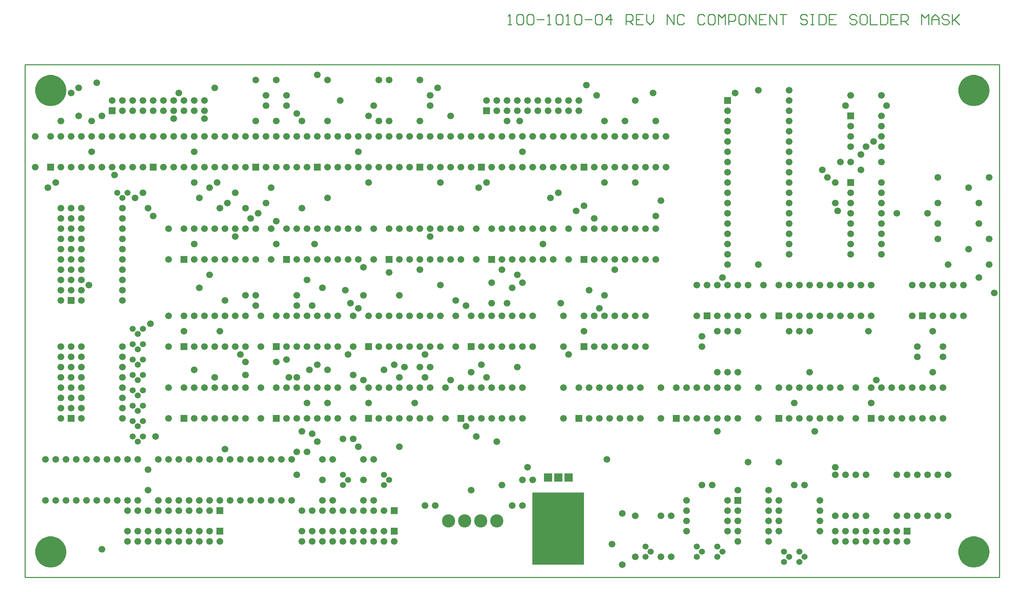
<source format=gts>
*%FSLAX23Y23*%
*%MOIN*%
G01*
%ADD11C,0.006*%
%ADD12C,0.007*%
%ADD13C,0.008*%
%ADD14C,0.010*%
%ADD15C,0.012*%
%ADD16C,0.030*%
%ADD17C,0.032*%
%ADD18C,0.036*%
%ADD19C,0.050*%
%ADD20C,0.052*%
%ADD21C,0.055*%
%ADD22C,0.056*%
%ADD23C,0.059*%
%ADD24C,0.062*%
%ADD25C,0.066*%
%ADD26C,0.070*%
%ADD27C,0.090*%
%ADD28C,0.120*%
%ADD29C,0.125*%
%ADD30C,0.129*%
%ADD31C,0.140*%
%ADD32C,0.160*%
%ADD33C,0.250*%
%ADD34C,0.250*%
%ADD35R,0.062X0.062*%
%ADD36R,0.066X0.066*%
%ADD37R,0.075X0.075*%
%ADD38R,0.079X0.079*%
%ADD39R,0.250X0.250*%
D14*
X9149Y10797D02*
X9182D01*
X9166D01*
Y10897D01*
X9167D01*
X9166D02*
X9149Y10880D01*
X9232D02*
X9249Y10897D01*
X9282D01*
X9299Y10880D01*
Y10814D01*
X9282Y10797D01*
X9249D01*
X9232Y10814D01*
Y10880D01*
X9332D02*
X9349Y10897D01*
X9382D01*
X9399Y10880D01*
Y10814D01*
X9382Y10797D01*
X9349D01*
X9332Y10814D01*
Y10880D01*
X9432Y10847D02*
X9499D01*
X9532Y10797D02*
X9566D01*
X9549D01*
Y10897D01*
X9550D01*
X9549D02*
X9532Y10880D01*
X9616D02*
X9632Y10897D01*
X9666D01*
X9682Y10880D01*
Y10814D01*
X9666Y10797D01*
X9632D01*
X9616Y10814D01*
Y10880D01*
X9715Y10797D02*
X9749D01*
X9732D01*
Y10897D01*
X9733D01*
X9732D02*
X9715Y10880D01*
X9799D02*
X9815Y10897D01*
X9849D01*
X9865Y10880D01*
Y10814D01*
X9849Y10797D01*
X9815D01*
X9799Y10814D01*
Y10880D01*
X9899Y10847D02*
X9965D01*
X9999Y10880D02*
X10015Y10897D01*
X10049D01*
X10065Y10880D01*
Y10814D01*
X10049Y10797D01*
X10015D01*
X9999Y10814D01*
Y10880D01*
X10149Y10897D02*
Y10797D01*
X10099Y10847D02*
X10149Y10897D01*
X10165Y10847D02*
X10099D01*
X10299Y10797D02*
Y10897D01*
X10349D01*
X10365Y10880D01*
Y10847D01*
X10349Y10830D01*
X10299D01*
X10332D02*
X10365Y10797D01*
X10399Y10897D02*
X10465D01*
X10399D02*
Y10797D01*
X10465D01*
X10432Y10847D02*
X10399D01*
X10499Y10830D02*
Y10897D01*
Y10830D02*
X10532Y10797D01*
X10565Y10830D01*
Y10897D01*
X10698D02*
Y10797D01*
X10765D02*
X10698Y10897D01*
X10765D02*
Y10797D01*
X10865Y10880D02*
X10848Y10897D01*
X10815D01*
X10798Y10880D01*
Y10814D01*
X10815Y10797D01*
X10848D01*
X10865Y10814D01*
X11048Y10897D02*
X11065Y10880D01*
X11048Y10897D02*
X11015D01*
X10998Y10880D01*
Y10814D01*
X11015Y10797D01*
X11048D01*
X11065Y10814D01*
X11115Y10897D02*
X11148D01*
X11115D02*
X11098Y10880D01*
Y10814D01*
X11115Y10797D01*
X11148D01*
X11165Y10814D01*
Y10880D01*
X11148Y10897D01*
X11198D02*
Y10797D01*
X11232Y10864D02*
X11198Y10897D01*
X11232Y10864D02*
X11265Y10897D01*
Y10797D01*
X11298D02*
Y10897D01*
X11348D01*
X11365Y10880D01*
Y10847D01*
X11348Y10830D01*
X11298D01*
X11415Y10897D02*
X11448D01*
X11415D02*
X11398Y10880D01*
Y10814D01*
X11415Y10797D01*
X11448D01*
X11465Y10814D01*
Y10880D01*
X11448Y10897D01*
X11498D02*
Y10797D01*
X11565D02*
X11498Y10897D01*
X11565D02*
Y10797D01*
X11598Y10897D02*
X11665D01*
X11598D02*
Y10797D01*
X11665D01*
X11632Y10847D02*
X11598D01*
X11698Y10797D02*
Y10897D01*
X11765Y10797D01*
Y10897D01*
X11798D02*
X11865D01*
X11831D01*
Y10797D01*
X12048Y10897D02*
X12065Y10880D01*
X12048Y10897D02*
X12015D01*
X11998Y10880D01*
Y10864D01*
X12015Y10847D01*
X12048D01*
X12065Y10830D01*
Y10814D01*
X12048Y10797D01*
X12015D01*
X11998Y10814D01*
X12098Y10897D02*
X12131D01*
X12115D01*
Y10797D01*
X12098D01*
X12131D01*
X12181D02*
Y10897D01*
Y10797D02*
X12231D01*
X12248Y10814D01*
Y10880D01*
X12231Y10897D01*
X12181D01*
X12281D02*
X12348D01*
X12281D02*
Y10797D01*
X12348D01*
X12315Y10847D02*
X12281D01*
X12531Y10897D02*
X12548Y10880D01*
X12531Y10897D02*
X12498D01*
X12481Y10880D01*
Y10864D01*
X12498Y10847D01*
X12531D01*
X12548Y10830D01*
Y10814D01*
X12531Y10797D01*
X12498D01*
X12481Y10814D01*
X12598Y10897D02*
X12631D01*
X12598D02*
X12581Y10880D01*
Y10814D01*
X12598Y10797D01*
X12631D01*
X12648Y10814D01*
Y10880D01*
X12631Y10897D01*
X12681D02*
Y10797D01*
X12748D01*
X12781D02*
Y10897D01*
Y10797D02*
X12831D01*
X12848Y10814D01*
Y10880D01*
X12831Y10897D01*
X12781D01*
X12881D02*
X12948D01*
X12881D02*
Y10797D01*
X12948D01*
X12914Y10847D02*
X12881D01*
X12981Y10797D02*
Y10897D01*
X13031D01*
X13048Y10880D01*
Y10847D01*
X13031Y10830D01*
X12981D01*
X13014D02*
X13048Y10797D01*
X13181D02*
Y10897D01*
X13214Y10864D01*
X13248Y10897D01*
Y10797D01*
X13281D02*
Y10864D01*
X13314Y10897D01*
X13348Y10864D01*
Y10797D01*
Y10847D01*
X13281D01*
X13431Y10897D02*
X13448Y10880D01*
X13431Y10897D02*
X13398D01*
X13381Y10880D01*
Y10864D01*
X13398Y10847D01*
X13431D01*
X13448Y10830D01*
Y10814D01*
X13431Y10797D01*
X13398D01*
X13381Y10814D01*
X13481Y10797D02*
Y10897D01*
Y10830D02*
Y10797D01*
Y10830D02*
X13548Y10897D01*
X13498Y10847D01*
X13548Y10797D01*
X13939Y5407D02*
X4439D01*
X13939D02*
Y10407D01*
X4439D01*
Y5407D01*
D19*
X13562Y10157D02*
X13563D01*
X13562D02*
X13562Y10147D01*
X13564Y10137D01*
X13566Y10127D01*
X13569Y10117D01*
X13572Y10107D01*
X13577Y10098D01*
X13582Y10089D01*
X13587Y10081D01*
X13594Y10073D01*
X13601Y10065D01*
X13609Y10059D01*
X13617Y10052D01*
X13626Y10047D01*
X13635Y10042D01*
X13644Y10038D01*
X13654Y10035D01*
X13664Y10033D01*
X13674Y10031D01*
X13684Y10030D01*
X13694D01*
X13704Y10031D01*
X13714Y10033D01*
X13724Y10035D01*
X13734Y10038D01*
X13743Y10042D01*
X13752Y10047D01*
X13761Y10052D01*
X13769Y10059D01*
X13777Y10065D01*
X13784Y10073D01*
X13791Y10081D01*
X13796Y10089D01*
X13801Y10098D01*
X13806Y10107D01*
X13809Y10117D01*
X13812Y10127D01*
X13814Y10137D01*
X13816Y10147D01*
X13816Y10157D01*
X13817D01*
X13816D02*
X13816Y10167D01*
X13814Y10177D01*
X13812Y10187D01*
X13809Y10197D01*
X13806Y10207D01*
X13801Y10216D01*
X13796Y10225D01*
X13791Y10233D01*
X13784Y10241D01*
X13777Y10249D01*
X13769Y10255D01*
X13761Y10262D01*
X13752Y10267D01*
X13743Y10272D01*
X13734Y10276D01*
X13724Y10279D01*
X13714Y10281D01*
X13704Y10283D01*
X13694Y10284D01*
X13684D01*
X13674Y10283D01*
X13664Y10281D01*
X13654Y10279D01*
X13644Y10276D01*
X13635Y10272D01*
X13626Y10267D01*
X13617Y10262D01*
X13609Y10255D01*
X13601Y10249D01*
X13594Y10241D01*
X13587Y10233D01*
X13582Y10225D01*
X13577Y10216D01*
X13572Y10207D01*
X13569Y10197D01*
X13566Y10187D01*
X13564Y10177D01*
X13562Y10167D01*
X13562Y10157D01*
X13610D02*
X13611D01*
X13610D02*
X13611Y10148D01*
X13612Y10139D01*
X13615Y10130D01*
X13618Y10122D01*
X13623Y10114D01*
X13628Y10106D01*
X13635Y10100D01*
X13642Y10094D01*
X13650Y10089D01*
X13658Y10084D01*
X13666Y10081D01*
X13675Y10079D01*
X13684Y10078D01*
X13694D01*
X13703Y10079D01*
X13712Y10081D01*
X13720Y10084D01*
X13728Y10089D01*
X13736Y10094D01*
X13743Y10100D01*
X13750Y10106D01*
X13755Y10114D01*
X13760Y10122D01*
X13763Y10130D01*
X13766Y10139D01*
X13767Y10148D01*
X13768Y10157D01*
X13769D01*
X13768D02*
X13767Y10166D01*
X13766Y10175D01*
X13763Y10184D01*
X13760Y10192D01*
X13755Y10200D01*
X13750Y10208D01*
X13743Y10214D01*
X13736Y10220D01*
X13728Y10225D01*
X13720Y10230D01*
X13712Y10233D01*
X13703Y10235D01*
X13694Y10236D01*
X13684D01*
X13675Y10235D01*
X13666Y10233D01*
X13658Y10230D01*
X13650Y10225D01*
X13642Y10220D01*
X13635Y10214D01*
X13628Y10208D01*
X13623Y10200D01*
X13618Y10192D01*
X13615Y10184D01*
X13612Y10175D01*
X13611Y10166D01*
X13610Y10157D01*
X13658D02*
X13659D01*
X13658D02*
X13659Y10151D01*
X13661Y10144D01*
X13664Y10139D01*
X13668Y10134D01*
X13674Y10130D01*
X13679Y10128D01*
X13686Y10126D01*
X13692D01*
X13699Y10128D01*
X13704Y10130D01*
X13710Y10134D01*
X13714Y10139D01*
X13717Y10144D01*
X13719Y10151D01*
X13720Y10157D01*
X13721D01*
X13720D02*
X13719Y10163D01*
X13717Y10170D01*
X13714Y10175D01*
X13710Y10180D01*
X13704Y10184D01*
X13699Y10186D01*
X13692Y10188D01*
X13686D01*
X13679Y10186D01*
X13674Y10184D01*
X13668Y10180D01*
X13664Y10175D01*
X13661Y10170D01*
X13659Y10163D01*
X13658Y10157D01*
X13689D02*
D03*
X13562Y5657D02*
X13563D01*
X13562D02*
X13562Y5647D01*
X13564Y5637D01*
X13566Y5627D01*
X13569Y5617D01*
X13572Y5607D01*
X13577Y5598D01*
X13582Y5589D01*
X13587Y5581D01*
X13594Y5573D01*
X13601Y5565D01*
X13609Y5559D01*
X13617Y5552D01*
X13626Y5547D01*
X13635Y5542D01*
X13644Y5538D01*
X13654Y5535D01*
X13664Y5533D01*
X13674Y5531D01*
X13684Y5530D01*
X13694D01*
X13704Y5531D01*
X13714Y5533D01*
X13724Y5535D01*
X13734Y5538D01*
X13743Y5542D01*
X13752Y5547D01*
X13761Y5552D01*
X13769Y5559D01*
X13777Y5565D01*
X13784Y5573D01*
X13791Y5581D01*
X13796Y5589D01*
X13801Y5598D01*
X13806Y5607D01*
X13809Y5617D01*
X13812Y5627D01*
X13814Y5637D01*
X13816Y5647D01*
X13816Y5657D01*
X13817D01*
X13816D02*
X13816Y5667D01*
X13814Y5677D01*
X13812Y5687D01*
X13809Y5697D01*
X13806Y5707D01*
X13801Y5716D01*
X13796Y5725D01*
X13791Y5733D01*
X13784Y5741D01*
X13777Y5749D01*
X13769Y5755D01*
X13761Y5762D01*
X13752Y5767D01*
X13743Y5772D01*
X13734Y5776D01*
X13724Y5779D01*
X13714Y5781D01*
X13704Y5783D01*
X13694Y5784D01*
X13684D01*
X13674Y5783D01*
X13664Y5781D01*
X13654Y5779D01*
X13644Y5776D01*
X13635Y5772D01*
X13626Y5767D01*
X13617Y5762D01*
X13609Y5755D01*
X13601Y5749D01*
X13594Y5741D01*
X13587Y5733D01*
X13582Y5725D01*
X13577Y5716D01*
X13572Y5707D01*
X13569Y5697D01*
X13566Y5687D01*
X13564Y5677D01*
X13562Y5667D01*
X13562Y5657D01*
X13610D02*
X13611D01*
X13610D02*
X13611Y5648D01*
X13612Y5639D01*
X13615Y5630D01*
X13618Y5622D01*
X13623Y5614D01*
X13628Y5606D01*
X13635Y5600D01*
X13642Y5594D01*
X13650Y5589D01*
X13658Y5584D01*
X13666Y5581D01*
X13675Y5579D01*
X13684Y5578D01*
X13694D01*
X13703Y5579D01*
X13712Y5581D01*
X13720Y5584D01*
X13728Y5589D01*
X13736Y5594D01*
X13743Y5600D01*
X13750Y5606D01*
X13755Y5614D01*
X13760Y5622D01*
X13763Y5630D01*
X13766Y5639D01*
X13767Y5648D01*
X13768Y5657D01*
X13769D01*
X13768D02*
X13767Y5666D01*
X13766Y5675D01*
X13763Y5684D01*
X13760Y5692D01*
X13755Y5700D01*
X13750Y5708D01*
X13743Y5714D01*
X13736Y5720D01*
X13728Y5725D01*
X13720Y5730D01*
X13712Y5733D01*
X13703Y5735D01*
X13694Y5736D01*
X13684D01*
X13675Y5735D01*
X13666Y5733D01*
X13658Y5730D01*
X13650Y5725D01*
X13642Y5720D01*
X13635Y5714D01*
X13628Y5708D01*
X13623Y5700D01*
X13618Y5692D01*
X13615Y5684D01*
X13612Y5675D01*
X13611Y5666D01*
X13610Y5657D01*
X13658D02*
X13659D01*
X13658D02*
X13659Y5651D01*
X13661Y5644D01*
X13664Y5639D01*
X13668Y5634D01*
X13674Y5630D01*
X13679Y5628D01*
X13686Y5626D01*
X13692D01*
X13699Y5628D01*
X13704Y5630D01*
X13710Y5634D01*
X13714Y5639D01*
X13717Y5644D01*
X13719Y5651D01*
X13720Y5657D01*
X13721D01*
X13720D02*
X13719Y5663D01*
X13717Y5670D01*
X13714Y5675D01*
X13710Y5680D01*
X13704Y5684D01*
X13699Y5686D01*
X13692Y5688D01*
X13686D01*
X13679Y5686D01*
X13674Y5684D01*
X13668Y5680D01*
X13664Y5675D01*
X13661Y5670D01*
X13659Y5663D01*
X13658Y5657D01*
X13689D02*
D03*
X4562Y10157D02*
X4563D01*
X4562D02*
X4562Y10147D01*
X4564Y10137D01*
X4566Y10127D01*
X4569Y10117D01*
X4572Y10107D01*
X4577Y10098D01*
X4582Y10089D01*
X4587Y10081D01*
X4594Y10073D01*
X4601Y10065D01*
X4609Y10059D01*
X4617Y10052D01*
X4626Y10047D01*
X4635Y10042D01*
X4644Y10038D01*
X4654Y10035D01*
X4664Y10033D01*
X4674Y10031D01*
X4684Y10030D01*
X4694D01*
X4704Y10031D01*
X4714Y10033D01*
X4724Y10035D01*
X4734Y10038D01*
X4743Y10042D01*
X4752Y10047D01*
X4761Y10052D01*
X4769Y10059D01*
X4777Y10065D01*
X4784Y10073D01*
X4791Y10081D01*
X4796Y10089D01*
X4801Y10098D01*
X4806Y10107D01*
X4809Y10117D01*
X4812Y10127D01*
X4814Y10137D01*
X4816Y10147D01*
X4816Y10157D01*
X4817D01*
X4816D02*
X4816Y10167D01*
X4814Y10177D01*
X4812Y10187D01*
X4809Y10197D01*
X4806Y10207D01*
X4801Y10216D01*
X4796Y10225D01*
X4791Y10233D01*
X4784Y10241D01*
X4777Y10249D01*
X4769Y10255D01*
X4761Y10262D01*
X4752Y10267D01*
X4743Y10272D01*
X4734Y10276D01*
X4724Y10279D01*
X4714Y10281D01*
X4704Y10283D01*
X4694Y10284D01*
X4684D01*
X4674Y10283D01*
X4664Y10281D01*
X4654Y10279D01*
X4644Y10276D01*
X4635Y10272D01*
X4626Y10267D01*
X4617Y10262D01*
X4609Y10255D01*
X4601Y10249D01*
X4594Y10241D01*
X4587Y10233D01*
X4582Y10225D01*
X4577Y10216D01*
X4572Y10207D01*
X4569Y10197D01*
X4566Y10187D01*
X4564Y10177D01*
X4562Y10167D01*
X4562Y10157D01*
X4610D02*
X4611D01*
X4610D02*
X4611Y10148D01*
X4612Y10139D01*
X4615Y10130D01*
X4618Y10122D01*
X4623Y10114D01*
X4628Y10106D01*
X4635Y10100D01*
X4642Y10094D01*
X4650Y10089D01*
X4658Y10084D01*
X4666Y10081D01*
X4675Y10079D01*
X4684Y10078D01*
X4694D01*
X4703Y10079D01*
X4712Y10081D01*
X4720Y10084D01*
X4728Y10089D01*
X4736Y10094D01*
X4743Y10100D01*
X4750Y10106D01*
X4755Y10114D01*
X4760Y10122D01*
X4763Y10130D01*
X4766Y10139D01*
X4767Y10148D01*
X4768Y10157D01*
X4769D01*
X4768D02*
X4767Y10166D01*
X4766Y10175D01*
X4763Y10184D01*
X4760Y10192D01*
X4755Y10200D01*
X4750Y10208D01*
X4743Y10214D01*
X4736Y10220D01*
X4728Y10225D01*
X4720Y10230D01*
X4712Y10233D01*
X4703Y10235D01*
X4694Y10236D01*
X4684D01*
X4675Y10235D01*
X4666Y10233D01*
X4658Y10230D01*
X4650Y10225D01*
X4642Y10220D01*
X4635Y10214D01*
X4628Y10208D01*
X4623Y10200D01*
X4618Y10192D01*
X4615Y10184D01*
X4612Y10175D01*
X4611Y10166D01*
X4610Y10157D01*
X4658D02*
X4659D01*
X4658D02*
X4659Y10151D01*
X4661Y10144D01*
X4664Y10139D01*
X4668Y10134D01*
X4674Y10130D01*
X4679Y10128D01*
X4686Y10126D01*
X4692D01*
X4699Y10128D01*
X4704Y10130D01*
X4710Y10134D01*
X4714Y10139D01*
X4717Y10144D01*
X4719Y10151D01*
X4720Y10157D01*
X4721D01*
X4720D02*
X4719Y10163D01*
X4717Y10170D01*
X4714Y10175D01*
X4710Y10180D01*
X4704Y10184D01*
X4699Y10186D01*
X4692Y10188D01*
X4686D01*
X4679Y10186D01*
X4674Y10184D01*
X4668Y10180D01*
X4664Y10175D01*
X4661Y10170D01*
X4659Y10163D01*
X4658Y10157D01*
X4689D02*
D03*
X4562Y5657D02*
X4563D01*
X4562D02*
X4562Y5647D01*
X4564Y5637D01*
X4566Y5627D01*
X4569Y5617D01*
X4572Y5607D01*
X4577Y5598D01*
X4582Y5589D01*
X4587Y5581D01*
X4594Y5573D01*
X4601Y5565D01*
X4609Y5559D01*
X4617Y5552D01*
X4626Y5547D01*
X4635Y5542D01*
X4644Y5538D01*
X4654Y5535D01*
X4664Y5533D01*
X4674Y5531D01*
X4684Y5530D01*
X4694D01*
X4704Y5531D01*
X4714Y5533D01*
X4724Y5535D01*
X4734Y5538D01*
X4743Y5542D01*
X4752Y5547D01*
X4761Y5552D01*
X4769Y5559D01*
X4777Y5565D01*
X4784Y5573D01*
X4791Y5581D01*
X4796Y5589D01*
X4801Y5598D01*
X4806Y5607D01*
X4809Y5617D01*
X4812Y5627D01*
X4814Y5637D01*
X4816Y5647D01*
X4816Y5657D01*
X4817D01*
X4816D02*
X4816Y5667D01*
X4814Y5677D01*
X4812Y5687D01*
X4809Y5697D01*
X4806Y5707D01*
X4801Y5716D01*
X4796Y5725D01*
X4791Y5733D01*
X4784Y5741D01*
X4777Y5749D01*
X4769Y5755D01*
X4761Y5762D01*
X4752Y5767D01*
X4743Y5772D01*
X4734Y5776D01*
X4724Y5779D01*
X4714Y5781D01*
X4704Y5783D01*
X4694Y5784D01*
X4684D01*
X4674Y5783D01*
X4664Y5781D01*
X4654Y5779D01*
X4644Y5776D01*
X4635Y5772D01*
X4626Y5767D01*
X4617Y5762D01*
X4609Y5755D01*
X4601Y5749D01*
X4594Y5741D01*
X4587Y5733D01*
X4582Y5725D01*
X4577Y5716D01*
X4572Y5707D01*
X4569Y5697D01*
X4566Y5687D01*
X4564Y5677D01*
X4562Y5667D01*
X4562Y5657D01*
X4610D02*
X4611D01*
X4610D02*
X4611Y5648D01*
X4612Y5639D01*
X4615Y5630D01*
X4618Y5622D01*
X4623Y5614D01*
X4628Y5606D01*
X4635Y5600D01*
X4642Y5594D01*
X4650Y5589D01*
X4658Y5584D01*
X4666Y5581D01*
X4675Y5579D01*
X4684Y5578D01*
X4694D01*
X4703Y5579D01*
X4712Y5581D01*
X4720Y5584D01*
X4728Y5589D01*
X4736Y5594D01*
X4743Y5600D01*
X4750Y5606D01*
X4755Y5614D01*
X4760Y5622D01*
X4763Y5630D01*
X4766Y5639D01*
X4767Y5648D01*
X4768Y5657D01*
X4769D01*
X4768D02*
X4767Y5666D01*
X4766Y5675D01*
X4763Y5684D01*
X4760Y5692D01*
X4755Y5700D01*
X4750Y5708D01*
X4743Y5714D01*
X4736Y5720D01*
X4728Y5725D01*
X4720Y5730D01*
X4712Y5733D01*
X4703Y5735D01*
X4694Y5736D01*
X4684D01*
X4675Y5735D01*
X4666Y5733D01*
X4658Y5730D01*
X4650Y5725D01*
X4642Y5720D01*
X4635Y5714D01*
X4628Y5708D01*
X4623Y5700D01*
X4618Y5692D01*
X4615Y5684D01*
X4612Y5675D01*
X4611Y5666D01*
X4610Y5657D01*
X4658D02*
X4659D01*
X4658D02*
X4659Y5651D01*
X4661Y5644D01*
X4664Y5639D01*
X4668Y5634D01*
X4674Y5630D01*
X4679Y5628D01*
X4686Y5626D01*
X4692D01*
X4699Y5628D01*
X4704Y5630D01*
X4710Y5634D01*
X4714Y5639D01*
X4717Y5644D01*
X4719Y5651D01*
X4720Y5657D01*
X4721D01*
X4720D02*
X4719Y5663D01*
X4717Y5670D01*
X4714Y5675D01*
X4710Y5680D01*
X4704Y5684D01*
X4699Y5686D01*
X4692Y5688D01*
X4686D01*
X4679Y5686D01*
X4674Y5684D01*
X4668Y5680D01*
X4664Y5675D01*
X4661Y5670D01*
X4659Y5663D01*
X4658Y5657D01*
X4689D02*
D03*
X9537Y5682D02*
X9538D01*
X9537D02*
X9537Y5672D01*
X9539Y5663D01*
X9541Y5653D01*
X9544Y5644D01*
X9548Y5635D01*
X9553Y5627D01*
X9559Y5619D01*
X9565Y5612D01*
X9572Y5605D01*
X9580Y5599D01*
X9588Y5594D01*
X9597Y5589D01*
X9606Y5586D01*
X9615Y5583D01*
X9624Y5581D01*
X9634Y5580D01*
X9644D01*
X9654Y5581D01*
X9663Y5583D01*
X9672Y5586D01*
X9681Y5589D01*
X9690Y5594D01*
X9698Y5599D01*
X9706Y5605D01*
X9713Y5612D01*
X9719Y5619D01*
X9725Y5627D01*
X9730Y5635D01*
X9734Y5644D01*
X9737Y5653D01*
X9739Y5663D01*
X9741Y5672D01*
X9741Y5682D01*
X9742D01*
X9741D02*
X9741Y5692D01*
X9739Y5701D01*
X9737Y5711D01*
X9734Y5720D01*
X9730Y5729D01*
X9725Y5737D01*
X9719Y5745D01*
X9713Y5752D01*
X9706Y5759D01*
X9698Y5765D01*
X9690Y5770D01*
X9681Y5775D01*
X9672Y5778D01*
X9663Y5781D01*
X9654Y5783D01*
X9644Y5784D01*
X9634D01*
X9624Y5783D01*
X9615Y5781D01*
X9606Y5778D01*
X9597Y5775D01*
X9588Y5770D01*
X9580Y5765D01*
X9572Y5759D01*
X9565Y5752D01*
X9559Y5745D01*
X9553Y5737D01*
X9548Y5729D01*
X9544Y5720D01*
X9541Y5711D01*
X9539Y5701D01*
X9537Y5692D01*
X9537Y5682D01*
X9585D02*
X9586D01*
X9585D02*
X9586Y5674D01*
X9587Y5666D01*
X9590Y5659D01*
X9594Y5652D01*
X9599Y5645D01*
X9605Y5640D01*
X9612Y5635D01*
X9619Y5632D01*
X9627Y5629D01*
X9635Y5628D01*
X9643D01*
X9651Y5629D01*
X9659Y5632D01*
X9666Y5635D01*
X9673Y5640D01*
X9679Y5645D01*
X9684Y5652D01*
X9688Y5659D01*
X9691Y5666D01*
X9692Y5674D01*
X9693Y5682D01*
X9694D01*
X9693D02*
X9692Y5690D01*
X9691Y5698D01*
X9688Y5705D01*
X9684Y5712D01*
X9679Y5719D01*
X9673Y5724D01*
X9666Y5729D01*
X9659Y5732D01*
X9651Y5735D01*
X9643Y5736D01*
X9635D01*
X9627Y5735D01*
X9619Y5732D01*
X9612Y5729D01*
X9605Y5724D01*
X9599Y5719D01*
X9594Y5712D01*
X9590Y5705D01*
X9587Y5698D01*
X9586Y5690D01*
X9585Y5682D01*
X9633D02*
X9634D01*
X9633D02*
X9633Y5680D01*
X9634Y5678D01*
X9636Y5677D01*
X9638Y5676D01*
X9640D01*
X9642Y5677D01*
X9644Y5678D01*
X9645Y5680D01*
X9645Y5682D01*
X9646D01*
X9645D02*
X9645Y5684D01*
X9644Y5686D01*
X9642Y5687D01*
X9640Y5688D01*
X9638D01*
X9636Y5687D01*
X9634Y5686D01*
X9633Y5684D01*
X9633Y5682D01*
D23*
X5489Y6932D02*
D03*
X5589D02*
D03*
X5539Y6882D02*
D03*
X5489Y7082D02*
D03*
X5589D02*
D03*
X5539Y7032D02*
D03*
X5489Y7232D02*
D03*
X5589D02*
D03*
X5539Y7182D02*
D03*
X5489Y7382D02*
D03*
X5589D02*
D03*
X5539Y7332D02*
D03*
X5489Y7532D02*
D03*
X5589D02*
D03*
X5539Y7482D02*
D03*
X5489Y6782D02*
D03*
X5589D02*
D03*
X5539Y6732D02*
D03*
X5489Y7682D02*
D03*
X5589D02*
D03*
X5539Y7632D02*
D03*
X5489Y7832D02*
D03*
X5589D02*
D03*
X5539Y7782D02*
D03*
X5339Y9157D02*
D03*
X5439D02*
D03*
X5389Y9107D02*
D03*
X7939Y6307D02*
D03*
Y6407D02*
D03*
X7989Y6357D02*
D03*
X7539Y6307D02*
D03*
Y6407D02*
D03*
X7589Y6357D02*
D03*
X10489Y5707D02*
D03*
X10539Y5657D02*
D03*
X10489Y5607D02*
D03*
X11189D02*
D03*
Y5707D02*
D03*
X11239Y5657D02*
D03*
X10989Y5607D02*
D03*
Y5707D02*
D03*
X11039Y5657D02*
D03*
X11989Y5557D02*
D03*
Y5657D02*
D03*
X12039Y5607D02*
D03*
X11839Y5557D02*
D03*
Y5657D02*
D03*
X11889Y5607D02*
D03*
D25*
X13889Y8182D02*
D03*
X13739Y8332D02*
D03*
X12739Y7332D02*
D03*
X12689Y7107D02*
D03*
X12664Y7807D02*
D03*
X12714Y9657D02*
D03*
X12639Y9607D02*
D03*
X12589Y9532D02*
D03*
Y9382D02*
D03*
X12339Y6482D02*
D03*
X12364Y8982D02*
D03*
X12389Y9457D02*
D03*
X12264Y9307D02*
D03*
X12139Y6832D02*
D03*
X12214Y9382D02*
D03*
X11939Y7107D02*
D03*
X11789Y6532D02*
D03*
X11489D02*
D03*
X11364Y10132D02*
D03*
X11189Y6832D02*
D03*
X11239Y8332D02*
D03*
X10639Y9082D02*
D03*
X10589Y8932D02*
D03*
X10564Y10132D02*
D03*
X10389Y9257D02*
D03*
Y10057D02*
D03*
X10114Y6557D02*
D03*
X10189Y8407D02*
D03*
X10039Y8032D02*
D03*
X9989Y8907D02*
D03*
X10089Y8157D02*
D03*
X9939Y8207D02*
D03*
X10089Y9857D02*
D03*
Y9257D02*
D03*
X10014Y10107D02*
D03*
X9914Y10207D02*
D03*
X9889Y7807D02*
D03*
Y9032D02*
D03*
X9814Y8982D02*
D03*
X9739Y7582D02*
D03*
X9664Y8082D02*
D03*
X9639Y9157D02*
D03*
X9564Y9107D02*
D03*
X9339Y6482D02*
D03*
X9489Y8657D02*
D03*
X9239Y7457D02*
D03*
X9139Y8082D02*
D03*
X9189Y8232D02*
D03*
X9289Y8282D02*
D03*
X9239Y8357D02*
D03*
X9139Y9857D02*
D03*
X9264D02*
D03*
X9289Y9557D02*
D03*
X8939Y7357D02*
D03*
X9089Y6307D02*
D03*
X9039Y6732D02*
D03*
X9089Y8407D02*
D03*
X8989Y8082D02*
D03*
Y8282D02*
D03*
X8939Y9257D02*
D03*
X8789Y7407D02*
D03*
Y6257D02*
D03*
X8839Y6782D02*
D03*
X8739Y6882D02*
D03*
X8889Y7482D02*
D03*
X8739Y8057D02*
D03*
X8864Y9207D02*
D03*
X8589Y7332D02*
D03*
X8639Y8107D02*
D03*
X8589Y9907D02*
D03*
X8389Y7457D02*
D03*
X8339Y7357D02*
D03*
X8489Y8257D02*
D03*
X8339Y7582D02*
D03*
X8389Y8732D02*
D03*
X8464Y10182D02*
D03*
X8489Y9257D02*
D03*
X8239Y7107D02*
D03*
X8289Y7457D02*
D03*
X8139D02*
D03*
X8289Y8407D02*
D03*
X8089Y7357D02*
D03*
X8039Y7482D02*
D03*
X8089Y6682D02*
D03*
X7989Y8382D02*
D03*
X8089Y8157D02*
D03*
X7939Y7432D02*
D03*
X7789Y7107D02*
D03*
Y9907D02*
D03*
X7839Y10007D02*
D03*
X7789Y9257D02*
D03*
X7739Y7332D02*
D03*
Y6357D02*
D03*
X7639Y6757D02*
D03*
Y7382D02*
D03*
X7689Y6682D02*
D03*
X7589Y7582D02*
D03*
X7564Y8207D02*
D03*
X7739Y8432D02*
D03*
X7689Y8032D02*
D03*
X7739Y8157D02*
D03*
X7614Y8082D02*
D03*
X7689Y9557D02*
D03*
X7389Y7107D02*
D03*
Y7432D02*
D03*
X7539Y6757D02*
D03*
X7389Y9107D02*
D03*
X7514Y10057D02*
D03*
X7189Y6632D02*
D03*
Y7107D02*
D03*
X7289Y7482D02*
D03*
Y6732D02*
D03*
X7339Y6357D02*
D03*
X7214Y7432D02*
D03*
X7239Y6807D02*
D03*
X7264Y8657D02*
D03*
X7189Y8307D02*
D03*
X7339Y8232D02*
D03*
X7239Y8057D02*
D03*
X7289Y10307D02*
D03*
X7089Y7357D02*
D03*
X7139Y6832D02*
D03*
X7089Y6407D02*
D03*
X7014Y7357D02*
D03*
X7089Y6632D02*
D03*
X7139Y9007D02*
D03*
X6989Y7532D02*
D03*
X7089Y9932D02*
D03*
X7139Y9857D02*
D03*
X6789Y9057D02*
D03*
X6889Y8657D02*
D03*
Y8882D02*
D03*
X6839Y9207D02*
D03*
X6589Y7382D02*
D03*
X6714Y8957D02*
D03*
X6589Y9007D02*
D03*
Y8157D02*
D03*
X6639Y8907D02*
D03*
X6389Y6657D02*
D03*
X6539Y7582D02*
D03*
X6389Y8107D02*
D03*
X6414Y9057D02*
D03*
X6489Y8732D02*
D03*
Y9157D02*
D03*
X6289Y7357D02*
D03*
X6339Y7807D02*
D03*
X6239Y8357D02*
D03*
X6339Y9007D02*
D03*
X6239Y9207D02*
D03*
X6189Y9882D02*
D03*
X6289Y10182D02*
D03*
X6314Y9257D02*
D03*
X6089Y7432D02*
D03*
X5989Y7807D02*
D03*
X6139Y8232D02*
D03*
X6089Y8657D02*
D03*
Y9257D02*
D03*
Y9557D02*
D03*
X6139Y9107D02*
D03*
X5889Y9882D02*
D03*
X5939Y10132D02*
D03*
X5714Y6782D02*
D03*
X5639Y9007D02*
D03*
X5664Y7882D02*
D03*
X5689Y8932D02*
D03*
X5514Y9107D02*
D03*
X5589Y9157D02*
D03*
X5314Y9332D02*
D03*
X5189Y5682D02*
D03*
X5064Y8257D02*
D03*
X5189Y9907D02*
D03*
X5089Y9557D02*
D03*
X5139Y10232D02*
D03*
X4964Y9907D02*
D03*
Y10182D02*
D03*
X4889Y10132D02*
D03*
X4739Y9257D02*
D03*
X4664Y9207D02*
D03*
X4989Y7457D02*
D03*
X5389D02*
D03*
X4989Y7257D02*
D03*
X5389D02*
D03*
X4989Y7157D02*
D03*
X5389D02*
D03*
X4989Y7057D02*
D03*
X5389D02*
D03*
X4989Y6957D02*
D03*
X5389D02*
D03*
X4939Y6157D02*
D03*
Y6557D02*
D03*
X4839Y6157D02*
D03*
Y6557D02*
D03*
X4739Y6157D02*
D03*
Y6557D02*
D03*
X4639Y6157D02*
D03*
Y6557D02*
D03*
X4989Y7357D02*
D03*
X5389D02*
D03*
X4789Y7657D02*
D03*
X4889D02*
D03*
X4789Y7557D02*
D03*
X4889D02*
D03*
X4789Y7457D02*
D03*
X4889D02*
D03*
X4789Y7357D02*
D03*
X4889D02*
D03*
X4789Y7257D02*
D03*
X4889D02*
D03*
X4789Y7157D02*
D03*
X4889D02*
D03*
X4789Y7057D02*
D03*
X4889D02*
D03*
X4789Y6957D02*
D03*
X4989Y9007D02*
D03*
X5389D02*
D03*
X4989Y7657D02*
D03*
X5389D02*
D03*
X4989Y7557D02*
D03*
X5389D02*
D03*
X4989Y8907D02*
D03*
X5389D02*
D03*
X4789Y9007D02*
D03*
X4889D02*
D03*
X4789Y8907D02*
D03*
X4889D02*
D03*
X4789Y8807D02*
D03*
X4889D02*
D03*
X4789Y8707D02*
D03*
X4889D02*
D03*
X4789Y8607D02*
D03*
X4889D02*
D03*
X4789Y8507D02*
D03*
X4889D02*
D03*
X4789Y8407D02*
D03*
X4889D02*
D03*
X4789Y8307D02*
D03*
X4889D02*
D03*
X4789Y8207D02*
D03*
X4889D02*
D03*
X4789Y8107D02*
D03*
X4539Y9407D02*
D03*
Y9707D02*
D03*
X4789Y9407D02*
D03*
X4889D02*
D03*
X4989D02*
D03*
X5089D02*
D03*
X5189D02*
D03*
X5289D02*
D03*
X5389D02*
D03*
Y9707D02*
D03*
X5289D02*
D03*
X5189D02*
D03*
X5089D02*
D03*
X4989D02*
D03*
X4889D02*
D03*
X4789D02*
D03*
X4689D02*
D03*
X5439Y5757D02*
D03*
Y5857D02*
D03*
X5539Y5757D02*
D03*
Y5857D02*
D03*
X5639Y5757D02*
D03*
Y5857D02*
D03*
X5739Y5757D02*
D03*
Y5857D02*
D03*
X5839Y5757D02*
D03*
Y5857D02*
D03*
X5939Y5757D02*
D03*
Y5857D02*
D03*
X6039Y5757D02*
D03*
Y5857D02*
D03*
X6139Y5757D02*
D03*
Y5857D02*
D03*
X6239Y5757D02*
D03*
Y5857D02*
D03*
X6339Y5757D02*
D03*
X5639Y6257D02*
D03*
Y6457D02*
D03*
X6089Y6957D02*
D03*
X6189D02*
D03*
X6289D02*
D03*
X6389D02*
D03*
X6489D02*
D03*
X6589D02*
D03*
Y7257D02*
D03*
X6489D02*
D03*
X6389D02*
D03*
X6289D02*
D03*
X6189D02*
D03*
X6089D02*
D03*
X5989D02*
D03*
X6239Y6057D02*
D03*
X6139D02*
D03*
X6039D02*
D03*
X5939D02*
D03*
X5839D02*
D03*
X5739D02*
D03*
X5639D02*
D03*
X5539D02*
D03*
X5439D02*
D03*
X6339Y6157D02*
D03*
Y6557D02*
D03*
X6439Y6157D02*
D03*
Y6557D02*
D03*
X6539Y6157D02*
D03*
Y6557D02*
D03*
X5339Y6157D02*
D03*
Y6557D02*
D03*
X5239Y6157D02*
D03*
Y6557D02*
D03*
X5139Y6157D02*
D03*
Y6557D02*
D03*
X5039Y6157D02*
D03*
Y6557D02*
D03*
X5539Y6157D02*
D03*
Y6557D02*
D03*
X5439Y6157D02*
D03*
Y6557D02*
D03*
X5739D02*
D03*
Y6157D02*
D03*
X6239D02*
D03*
Y6557D02*
D03*
X6139Y6157D02*
D03*
Y6557D02*
D03*
X6039Y6157D02*
D03*
Y6557D02*
D03*
X5939Y6157D02*
D03*
Y6557D02*
D03*
X5839Y6157D02*
D03*
Y6557D02*
D03*
Y7257D02*
D03*
Y6957D02*
D03*
X6089Y8507D02*
D03*
X6189D02*
D03*
X6289D02*
D03*
X6389D02*
D03*
X6489D02*
D03*
X6589D02*
D03*
X6689D02*
D03*
Y8807D02*
D03*
X6589D02*
D03*
X6489D02*
D03*
X6389D02*
D03*
X6289D02*
D03*
X6189D02*
D03*
X6089D02*
D03*
X5989D02*
D03*
X5839Y7957D02*
D03*
Y7657D02*
D03*
Y8807D02*
D03*
Y8507D02*
D03*
X6089Y7657D02*
D03*
X6189D02*
D03*
X6289D02*
D03*
X6389D02*
D03*
X6489D02*
D03*
X6589D02*
D03*
Y7957D02*
D03*
X6489D02*
D03*
X6389D02*
D03*
X6289D02*
D03*
X6189D02*
D03*
X6089D02*
D03*
X5989D02*
D03*
X5389Y8807D02*
D03*
X4989D02*
D03*
X5389Y8707D02*
D03*
X4989D02*
D03*
X5389Y8607D02*
D03*
X4989D02*
D03*
X5389Y8507D02*
D03*
X4989D02*
D03*
X5389Y8407D02*
D03*
X4989D02*
D03*
X5389Y8307D02*
D03*
X4989D02*
D03*
X5389Y8207D02*
D03*
X4989D02*
D03*
X5389Y8107D02*
D03*
X4989D02*
D03*
X5089Y9857D02*
D03*
X4789D02*
D03*
X6189Y10057D02*
D03*
Y9957D02*
D03*
X6089Y10057D02*
D03*
Y9957D02*
D03*
X5989Y10057D02*
D03*
Y9957D02*
D03*
X5889Y10057D02*
D03*
Y9957D02*
D03*
X5789Y10057D02*
D03*
Y9957D02*
D03*
X5689Y10057D02*
D03*
Y9957D02*
D03*
X5589Y10057D02*
D03*
Y9957D02*
D03*
X5489Y10057D02*
D03*
Y9957D02*
D03*
X5389Y10057D02*
D03*
Y9957D02*
D03*
X5289Y10057D02*
D03*
X5589Y9707D02*
D03*
Y9407D02*
D03*
X6489D02*
D03*
Y9707D02*
D03*
X5489Y9407D02*
D03*
Y9707D02*
D03*
X5789Y9407D02*
D03*
X5889D02*
D03*
X5989D02*
D03*
X6089D02*
D03*
X6189D02*
D03*
X6289D02*
D03*
X6389D02*
D03*
Y9707D02*
D03*
X6289D02*
D03*
X6189D02*
D03*
X6089D02*
D03*
X5989D02*
D03*
X5889D02*
D03*
X5789D02*
D03*
X5689D02*
D03*
X7139Y5757D02*
D03*
Y5857D02*
D03*
X7239Y5757D02*
D03*
Y5857D02*
D03*
X7339Y5757D02*
D03*
Y5857D02*
D03*
X7439Y5757D02*
D03*
Y5857D02*
D03*
X7539Y5757D02*
D03*
Y5857D02*
D03*
X7639Y5757D02*
D03*
Y5857D02*
D03*
X7739Y5757D02*
D03*
Y5857D02*
D03*
X7839Y5757D02*
D03*
Y5857D02*
D03*
X7939Y5757D02*
D03*
Y5857D02*
D03*
X8039Y5757D02*
D03*
X6739Y7257D02*
D03*
Y6957D02*
D03*
X7639Y7257D02*
D03*
Y6957D02*
D03*
X7739Y6557D02*
D03*
Y6157D02*
D03*
X7839Y6557D02*
D03*
Y6157D02*
D03*
X7439Y6557D02*
D03*
Y6157D02*
D03*
X7339Y6557D02*
D03*
Y6157D02*
D03*
X7889Y6957D02*
D03*
X7989D02*
D03*
X8089D02*
D03*
X8189D02*
D03*
X8289D02*
D03*
X8389D02*
D03*
Y7257D02*
D03*
X8289D02*
D03*
X8189D02*
D03*
X8089D02*
D03*
X7989D02*
D03*
X7889D02*
D03*
X7789D02*
D03*
X6989Y6957D02*
D03*
X7089D02*
D03*
X7189D02*
D03*
X7289D02*
D03*
X7389D02*
D03*
X7489D02*
D03*
Y7257D02*
D03*
X7389D02*
D03*
X7289D02*
D03*
X7189D02*
D03*
X7089D02*
D03*
X6989D02*
D03*
X6889D02*
D03*
X7939Y6057D02*
D03*
X7839D02*
D03*
X7739D02*
D03*
X7639D02*
D03*
X7539D02*
D03*
X7439D02*
D03*
X7339D02*
D03*
X7239D02*
D03*
X7139D02*
D03*
X6639Y6157D02*
D03*
Y6557D02*
D03*
X6739Y6157D02*
D03*
Y6557D02*
D03*
X6839Y6157D02*
D03*
Y6557D02*
D03*
X6939Y6157D02*
D03*
Y6557D02*
D03*
X7039Y6157D02*
D03*
Y6557D02*
D03*
X6589Y7507D02*
D03*
X6889D02*
D03*
X7889Y7657D02*
D03*
X7989D02*
D03*
X8089D02*
D03*
X8189D02*
D03*
X8289D02*
D03*
X8389D02*
D03*
X8489D02*
D03*
Y7957D02*
D03*
X8389D02*
D03*
X8289D02*
D03*
X8189D02*
D03*
X8089D02*
D03*
X7989D02*
D03*
X7889D02*
D03*
X7789D02*
D03*
X6739D02*
D03*
Y7657D02*
D03*
X7639Y7957D02*
D03*
Y7657D02*
D03*
X6839Y8807D02*
D03*
Y8507D02*
D03*
X7839Y8807D02*
D03*
Y8507D02*
D03*
X8089D02*
D03*
X8189D02*
D03*
X8289D02*
D03*
X8389D02*
D03*
X8489D02*
D03*
X8589D02*
D03*
X8689D02*
D03*
Y8807D02*
D03*
X8589D02*
D03*
X8489D02*
D03*
X8389D02*
D03*
X8289D02*
D03*
X8189D02*
D03*
X8089D02*
D03*
X7989D02*
D03*
X7089Y8507D02*
D03*
X7189D02*
D03*
X7289D02*
D03*
X7389D02*
D03*
X7489D02*
D03*
X7589D02*
D03*
X7689D02*
D03*
Y8807D02*
D03*
X7589D02*
D03*
X7489D02*
D03*
X7389D02*
D03*
X7289D02*
D03*
X7189D02*
D03*
X7089D02*
D03*
X6989D02*
D03*
Y7657D02*
D03*
X7089D02*
D03*
X7189D02*
D03*
X7289D02*
D03*
X7389D02*
D03*
X7489D02*
D03*
Y7957D02*
D03*
X7389D02*
D03*
X7289D02*
D03*
X7189D02*
D03*
X7089D02*
D03*
X6989D02*
D03*
X6889D02*
D03*
X7089Y8157D02*
D03*
X6689D02*
D03*
Y8057D02*
D03*
X7089D02*
D03*
X7389Y10257D02*
D03*
Y9857D02*
D03*
X7889D02*
D03*
Y10257D02*
D03*
X7989D02*
D03*
Y9857D02*
D03*
X8089Y9407D02*
D03*
Y9707D02*
D03*
X7389Y9407D02*
D03*
X7489D02*
D03*
X7589D02*
D03*
X7689D02*
D03*
X7789D02*
D03*
X7889D02*
D03*
X7989D02*
D03*
Y9707D02*
D03*
X7889D02*
D03*
X7789D02*
D03*
X7689D02*
D03*
X7589D02*
D03*
X7489D02*
D03*
X7389D02*
D03*
X7289D02*
D03*
X6789Y9407D02*
D03*
X6889D02*
D03*
X6989D02*
D03*
Y9707D02*
D03*
X6889D02*
D03*
X6789D02*
D03*
X6689D02*
D03*
X6589D02*
D03*
Y9407D02*
D03*
X7189Y9707D02*
D03*
Y9407D02*
D03*
X7089D02*
D03*
Y9707D02*
D03*
X6889Y9857D02*
D03*
Y10257D02*
D03*
X6689Y9857D02*
D03*
Y10257D02*
D03*
X6789Y10007D02*
D03*
Y10107D02*
D03*
X6989Y10007D02*
D03*
Y10107D02*
D03*
X8539Y7257D02*
D03*
Y6957D02*
D03*
X9289Y6357D02*
D03*
X9389D02*
D03*
X9289Y6107D02*
D03*
X9189D02*
D03*
X8339D02*
D03*
X8439D02*
D03*
X8789Y6957D02*
D03*
X8889D02*
D03*
X8989D02*
D03*
X9089D02*
D03*
X9189D02*
D03*
X9289D02*
D03*
Y7257D02*
D03*
X9189D02*
D03*
X9089D02*
D03*
X8989D02*
D03*
X8889D02*
D03*
X8789D02*
D03*
X8689D02*
D03*
X8639Y7957D02*
D03*
Y7657D02*
D03*
X8839Y8807D02*
D03*
Y8507D02*
D03*
X9089D02*
D03*
X9189D02*
D03*
X9289D02*
D03*
X9389D02*
D03*
X9489D02*
D03*
X9589D02*
D03*
Y8807D02*
D03*
X9489D02*
D03*
X9389D02*
D03*
X9289D02*
D03*
X9189D02*
D03*
X9089D02*
D03*
X8989D02*
D03*
X8889Y7657D02*
D03*
X8989D02*
D03*
X9089D02*
D03*
X9189D02*
D03*
X9289D02*
D03*
X9389D02*
D03*
Y7957D02*
D03*
X9289D02*
D03*
X9189D02*
D03*
X9089D02*
D03*
X8989D02*
D03*
X8889D02*
D03*
X8789D02*
D03*
X9839Y10057D02*
D03*
Y9957D02*
D03*
X9739Y10057D02*
D03*
Y9957D02*
D03*
X9639Y10057D02*
D03*
Y9957D02*
D03*
X9539Y10057D02*
D03*
Y9957D02*
D03*
X9439Y10057D02*
D03*
Y9957D02*
D03*
X9339Y10057D02*
D03*
Y9957D02*
D03*
X9239Y10057D02*
D03*
Y9957D02*
D03*
X9139Y10057D02*
D03*
Y9957D02*
D03*
X9039Y10057D02*
D03*
Y9957D02*
D03*
X8939Y10057D02*
D03*
X8989Y9407D02*
D03*
X9089D02*
D03*
X9189D02*
D03*
X9289D02*
D03*
X9389D02*
D03*
X9489D02*
D03*
X9589D02*
D03*
Y9707D02*
D03*
X9489D02*
D03*
X9389D02*
D03*
X9289D02*
D03*
X9189D02*
D03*
X9089D02*
D03*
X8989D02*
D03*
X8889D02*
D03*
X8789D02*
D03*
Y9407D02*
D03*
X8389D02*
D03*
X8489D02*
D03*
X8589D02*
D03*
Y9707D02*
D03*
X8489D02*
D03*
X8389D02*
D03*
X8289D02*
D03*
X8189D02*
D03*
Y9407D02*
D03*
X8289Y9857D02*
D03*
Y10257D02*
D03*
X8389Y10007D02*
D03*
Y10107D02*
D03*
X8689Y9407D02*
D03*
Y9707D02*
D03*
X10389Y6007D02*
D03*
Y5607D02*
D03*
X10639Y6007D02*
D03*
Y5607D02*
D03*
X10739D02*
D03*
Y6007D02*
D03*
X10889Y5857D02*
D03*
X11289D02*
D03*
X10264Y5532D02*
D03*
Y6032D02*
D03*
X10164Y5732D02*
D03*
X9689Y7257D02*
D03*
Y6957D02*
D03*
X10639Y7257D02*
D03*
Y6957D02*
D03*
X9939D02*
D03*
X10039D02*
D03*
X10139D02*
D03*
X10239D02*
D03*
X10339D02*
D03*
X10439D02*
D03*
Y7257D02*
D03*
X10339D02*
D03*
X10239D02*
D03*
X10139D02*
D03*
X10039D02*
D03*
X9939D02*
D03*
X9839D02*
D03*
X10889Y6957D02*
D03*
X10989D02*
D03*
X11089D02*
D03*
X11189D02*
D03*
X11289D02*
D03*
X11389D02*
D03*
Y7257D02*
D03*
X11289D02*
D03*
X11189D02*
D03*
X11089D02*
D03*
X10989D02*
D03*
X10889D02*
D03*
X10789D02*
D03*
X10889Y6057D02*
D03*
X11289D02*
D03*
X11039Y6307D02*
D03*
X11139D02*
D03*
X10989Y8257D02*
D03*
Y7957D02*
D03*
X9689D02*
D03*
Y7657D02*
D03*
X9739Y8807D02*
D03*
Y8507D02*
D03*
X11039Y7657D02*
D03*
Y7757D02*
D03*
X11189Y7807D02*
D03*
Y7407D02*
D03*
Y7957D02*
D03*
X11289D02*
D03*
X11389D02*
D03*
Y8257D02*
D03*
X11289D02*
D03*
X11189D02*
D03*
X11089D02*
D03*
X9989Y7657D02*
D03*
X10089D02*
D03*
X10189D02*
D03*
X10289D02*
D03*
X10389D02*
D03*
X10489D02*
D03*
Y7957D02*
D03*
X10389D02*
D03*
X10289D02*
D03*
X10189D02*
D03*
X10089D02*
D03*
X9989D02*
D03*
X9889D02*
D03*
X9989Y8507D02*
D03*
X10089D02*
D03*
X10189D02*
D03*
X10289D02*
D03*
X10389D02*
D03*
X10489D02*
D03*
X10589D02*
D03*
Y8807D02*
D03*
X10489D02*
D03*
X10389D02*
D03*
X10289D02*
D03*
X10189D02*
D03*
X10089D02*
D03*
X9989D02*
D03*
X9889D02*
D03*
X10289Y9857D02*
D03*
X10589D02*
D03*
X9789Y9707D02*
D03*
Y9407D02*
D03*
X9689D02*
D03*
Y9707D02*
D03*
X9989Y9407D02*
D03*
X10089D02*
D03*
X10189D02*
D03*
X10289D02*
D03*
X10389D02*
D03*
X10489D02*
D03*
X10589D02*
D03*
Y9707D02*
D03*
X10489D02*
D03*
X10389D02*
D03*
X10289D02*
D03*
X10189D02*
D03*
X10089D02*
D03*
X9989D02*
D03*
X9889D02*
D03*
X10689Y9407D02*
D03*
Y9707D02*
D03*
X11289Y5957D02*
D03*
X10889D02*
D03*
X11789Y5857D02*
D03*
X12189D02*
D03*
X11789Y5957D02*
D03*
X12189D02*
D03*
X11689Y5757D02*
D03*
X11389D02*
D03*
X12789Y6957D02*
D03*
X12889D02*
D03*
X12989D02*
D03*
X13089D02*
D03*
X13189D02*
D03*
X13289D02*
D03*
X13389D02*
D03*
Y7257D02*
D03*
X13289D02*
D03*
X13189D02*
D03*
X13089D02*
D03*
X12989D02*
D03*
X12889D02*
D03*
X12789D02*
D03*
X12689D02*
D03*
X11689Y6257D02*
D03*
X11389D02*
D03*
X11589Y7257D02*
D03*
Y6957D02*
D03*
X12539Y7257D02*
D03*
Y6957D02*
D03*
X11939Y6307D02*
D03*
X12039D02*
D03*
X11889Y6957D02*
D03*
X11989D02*
D03*
X12089D02*
D03*
X12189D02*
D03*
X12289D02*
D03*
X12389D02*
D03*
Y7257D02*
D03*
X12289D02*
D03*
X12189D02*
D03*
X12089D02*
D03*
X11989D02*
D03*
X11889D02*
D03*
X11789D02*
D03*
X12539Y6007D02*
D03*
Y6407D02*
D03*
X12339Y6007D02*
D03*
Y6407D02*
D03*
X12439Y6007D02*
D03*
Y6407D02*
D03*
X12639Y6007D02*
D03*
Y6407D02*
D03*
X11389Y6057D02*
D03*
Y5957D02*
D03*
Y5857D02*
D03*
X11689D02*
D03*
Y5957D02*
D03*
Y6057D02*
D03*
Y6157D02*
D03*
X11289D02*
D03*
X10889D02*
D03*
X11789Y6057D02*
D03*
X12189D02*
D03*
X11789Y6157D02*
D03*
X12189D02*
D03*
X11589Y8457D02*
D03*
X11289D02*
D03*
X11489Y7957D02*
D03*
Y8257D02*
D03*
X12089Y7807D02*
D03*
Y7407D02*
D03*
X11889Y7807D02*
D03*
X11989D02*
D03*
X11639Y7957D02*
D03*
Y8257D02*
D03*
X11389Y7807D02*
D03*
Y7407D02*
D03*
X11289Y7807D02*
D03*
Y7407D02*
D03*
X11889Y7957D02*
D03*
X11989D02*
D03*
X12089D02*
D03*
X12189D02*
D03*
X12289D02*
D03*
X12389D02*
D03*
X12489D02*
D03*
X12589D02*
D03*
X12689D02*
D03*
Y8257D02*
D03*
X12589D02*
D03*
X12489D02*
D03*
X12389D02*
D03*
X12289D02*
D03*
X12189D02*
D03*
X12089D02*
D03*
X11989D02*
D03*
X11889D02*
D03*
X11789D02*
D03*
X11289Y9957D02*
D03*
Y9857D02*
D03*
Y9757D02*
D03*
Y9657D02*
D03*
Y9557D02*
D03*
Y9457D02*
D03*
Y9357D02*
D03*
Y9257D02*
D03*
Y9157D02*
D03*
Y9057D02*
D03*
Y8957D02*
D03*
Y8857D02*
D03*
Y8757D02*
D03*
Y8657D02*
D03*
Y8557D02*
D03*
X11889D02*
D03*
Y8657D02*
D03*
Y8757D02*
D03*
Y8857D02*
D03*
Y8957D02*
D03*
Y9057D02*
D03*
Y9157D02*
D03*
Y9257D02*
D03*
Y9357D02*
D03*
Y9457D02*
D03*
Y9557D02*
D03*
Y9657D02*
D03*
Y9757D02*
D03*
Y9857D02*
D03*
Y9957D02*
D03*
Y10057D02*
D03*
Y10157D02*
D03*
X11589D02*
D03*
X12339Y9257D02*
D03*
Y9057D02*
D03*
X12489Y9457D02*
D03*
X12789D02*
D03*
Y10107D02*
D03*
X12489D02*
D03*
X12439Y10007D02*
D03*
X12839D02*
D03*
X12489Y9807D02*
D03*
Y9707D02*
D03*
Y9607D02*
D03*
X12789D02*
D03*
Y9707D02*
D03*
Y9807D02*
D03*
Y9907D02*
D03*
X12489Y9157D02*
D03*
Y9057D02*
D03*
Y8957D02*
D03*
Y8857D02*
D03*
Y8757D02*
D03*
Y8657D02*
D03*
Y8557D02*
D03*
X12789D02*
D03*
Y8657D02*
D03*
Y8757D02*
D03*
Y8857D02*
D03*
Y8957D02*
D03*
Y9057D02*
D03*
Y9157D02*
D03*
Y9257D02*
D03*
X12339Y5757D02*
D03*
Y5857D02*
D03*
X12439Y5757D02*
D03*
Y5857D02*
D03*
X12539Y5757D02*
D03*
Y5857D02*
D03*
X12639Y5757D02*
D03*
Y5857D02*
D03*
X12739Y5757D02*
D03*
Y5857D02*
D03*
X12839Y5757D02*
D03*
Y5857D02*
D03*
X12939Y5757D02*
D03*
Y5857D02*
D03*
X13039Y5757D02*
D03*
X13439Y6007D02*
D03*
Y6407D02*
D03*
X13339Y6007D02*
D03*
Y6407D02*
D03*
X13239Y6007D02*
D03*
Y6407D02*
D03*
X13139Y6007D02*
D03*
Y6407D02*
D03*
X12939Y6007D02*
D03*
Y6407D02*
D03*
X13039Y6007D02*
D03*
Y6407D02*
D03*
X13089Y8257D02*
D03*
Y7957D02*
D03*
X13589Y8257D02*
D03*
Y7957D02*
D03*
X13239Y8957D02*
D03*
X12939D02*
D03*
X13139Y7557D02*
D03*
Y7657D02*
D03*
X13389Y7557D02*
D03*
Y7657D02*
D03*
X13289Y7807D02*
D03*
Y7407D02*
D03*
X13339Y9057D02*
D03*
X13739D02*
D03*
X13839Y8457D02*
D03*
X13439D02*
D03*
X13739Y8857D02*
D03*
X13339D02*
D03*
X13289Y7957D02*
D03*
X13389D02*
D03*
X13489D02*
D03*
Y8257D02*
D03*
X13389D02*
D03*
X13289D02*
D03*
X13189D02*
D03*
X13839Y8707D02*
D03*
X13339D02*
D03*
X13639Y8607D02*
D03*
X13839Y9307D02*
D03*
X13339D02*
D03*
X13639Y9207D02*
D03*
D30*
X8883Y5957D02*
D03*
X8727D02*
D03*
X8571D02*
D03*
X9039D02*
D03*
D36*
X4889Y6957D02*
D03*
Y8107D02*
D03*
X4689Y9407D02*
D03*
X6339Y5857D02*
D03*
X5989Y6957D02*
D03*
X6339Y6057D02*
D03*
X5989Y8507D02*
D03*
Y7657D02*
D03*
X5289Y9957D02*
D03*
X5689Y9407D02*
D03*
X8039Y5857D02*
D03*
X7789Y6957D02*
D03*
X6889D02*
D03*
X8039Y6057D02*
D03*
X7789Y7657D02*
D03*
X7989Y8507D02*
D03*
X6989D02*
D03*
X6889Y7657D02*
D03*
X7289Y9407D02*
D03*
X6689D02*
D03*
X8689Y6957D02*
D03*
X8989Y8507D02*
D03*
X8789Y7657D02*
D03*
X8939Y9957D02*
D03*
X8889Y9407D02*
D03*
X8289D02*
D03*
X9839Y6957D02*
D03*
X10789D02*
D03*
X11089Y7957D02*
D03*
X9889Y7657D02*
D03*
Y8507D02*
D03*
Y9407D02*
D03*
X12689Y6957D02*
D03*
X11789D02*
D03*
X11389Y6157D02*
D03*
X11789Y7957D02*
D03*
X11289Y10057D02*
D03*
X12489Y9907D02*
D03*
Y9257D02*
D03*
X13039Y5857D02*
D03*
X13189Y7957D02*
D03*
D38*
X9739Y6382D02*
D03*
X9639D02*
D03*
X9539D02*
D03*
D39*
X9512Y5655D02*
X9766D01*
Y6109D01*
X9512D01*
Y5655D01*
X9639Y5779D02*
Y5985D01*
D02*
M02*

</source>
